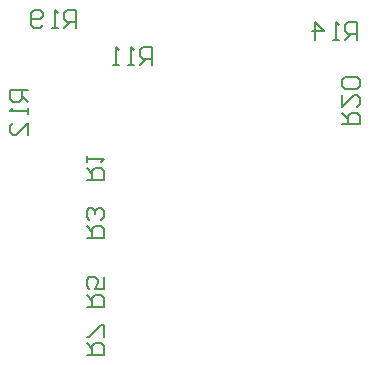
<source format=gbo>
%FSLAX23Y23*%
%MOIN*%
G70*
G01*
G75*
%ADD10R,0.063X0.040*%
%ADD11R,0.050X0.040*%
%ADD12R,0.040X0.063*%
%ADD13R,0.040X0.050*%
%ADD14C,0.015*%
%ADD15C,0.025*%
%ADD16C,0.030*%
%ADD17C,0.010*%
%ADD18C,0.020*%
%ADD19C,0.008*%
%ADD20C,0.050*%
%ADD21C,0.062*%
%ADD22C,0.065*%
%ADD23C,0.180*%
%ADD24C,0.125*%
%ADD25C,0.075*%
%ADD26C,0.100*%
%ADD27C,0.069*%
%ADD28C,0.070*%
%ADD29R,0.062X0.062*%
%ADD30R,0.040X0.065*%
%ADD31R,0.065X0.040*%
%ADD32C,0.040*%
%ADD33R,0.040X0.062*%
%ADD34R,0.062X0.040*%
%ADD35C,0.009*%
%ADD36C,0.012*%
%ADD37C,0.007*%
D19*
X9578Y7420D02*
X9637D01*
Y7450D01*
X9627Y7460D01*
X9607D01*
X9597Y7450D01*
Y7420D01*
Y7440D02*
X9578Y7460D01*
X9637Y7480D02*
Y7520D01*
X9627D01*
X9587Y7480D01*
X9578D01*
Y7581D02*
X9637D01*
Y7610D01*
X9627Y7620D01*
X9607D01*
X9597Y7610D01*
Y7581D01*
Y7600D02*
X9578Y7620D01*
X9637Y7680D02*
Y7640D01*
X9607D01*
X9617Y7660D01*
Y7670D01*
X9607Y7680D01*
X9587D01*
X9578Y7670D01*
Y7650D01*
X9587Y7640D01*
X9578Y7811D02*
X9637D01*
Y7840D01*
X9627Y7850D01*
X9607D01*
X9597Y7840D01*
Y7811D01*
Y7830D02*
X9578Y7850D01*
X9627Y7870D02*
X9637Y7880D01*
Y7900D01*
X9627Y7910D01*
X9617D01*
X9607Y7900D01*
Y7890D01*
Y7900D01*
X9597Y7910D01*
X9587D01*
X9578Y7900D01*
Y7880D01*
X9587Y7870D01*
X9578Y8005D02*
X9637D01*
Y8035D01*
X9627Y8045D01*
X9607D01*
X9597Y8035D01*
Y8005D01*
Y8025D02*
X9578Y8045D01*
Y8065D02*
Y8085D01*
Y8075D01*
X9637D01*
X9627Y8065D01*
X9382Y8304D02*
X9323D01*
Y8275D01*
X9333Y8265D01*
X9353D01*
X9363Y8275D01*
Y8304D01*
Y8285D02*
X9382Y8265D01*
Y8245D02*
Y8225D01*
Y8235D01*
X9323D01*
X9333Y8245D01*
X9382Y8155D02*
Y8195D01*
X9343Y8155D01*
X9333D01*
X9323Y8165D01*
Y8185D01*
X9333Y8195D01*
X9795Y8387D02*
Y8447D01*
X9765D01*
X9755Y8437D01*
Y8417D01*
X9765Y8407D01*
X9795D01*
X9775D02*
X9755Y8387D01*
X9735D02*
X9715D01*
X9725D01*
Y8447D01*
X9735Y8437D01*
X9685Y8387D02*
X9665D01*
X9675D01*
Y8447D01*
X9685Y8437D01*
X10479Y8472D02*
Y8532D01*
X10450D01*
X10440Y8522D01*
Y8502D01*
X10450Y8492D01*
X10479D01*
X10460D02*
X10440Y8472D01*
X10420D02*
X10400D01*
X10410D01*
Y8532D01*
X10420Y8522D01*
X10340Y8472D02*
Y8532D01*
X10370Y8502D01*
X10330D01*
X9542Y8510D02*
Y8570D01*
X9512D01*
X9502Y8560D01*
Y8540D01*
X9512Y8530D01*
X9542D01*
X9522D02*
X9502Y8510D01*
X9482D02*
X9462D01*
X9472D01*
Y8570D01*
X9482Y8560D01*
X9432Y8520D02*
X9422Y8510D01*
X9402D01*
X9392Y8520D01*
Y8560D01*
X9402Y8570D01*
X9422D01*
X9432Y8560D01*
Y8550D01*
X9422Y8540D01*
X9392D01*
X10431Y8189D02*
X10490D01*
Y8218D01*
X10480Y8228D01*
X10460D01*
X10450Y8218D01*
Y8189D01*
Y8208D02*
X10431Y8228D01*
Y8288D02*
Y8248D01*
X10470Y8288D01*
X10480D01*
X10490Y8278D01*
Y8258D01*
X10480Y8248D01*
Y8308D02*
X10490Y8318D01*
Y8338D01*
X10480Y8348D01*
X10440D01*
X10431Y8338D01*
Y8318D01*
X10440Y8308D01*
X10480D01*
M02*

</source>
